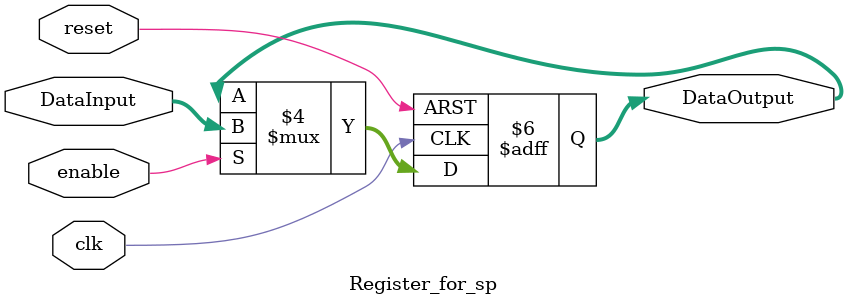
<source format=v>
/******************************************************************
* Description
*	This the basic register that is used in the register file
*	1.0
* Author:
*	Dan y Gaby

******************************************************************/
module Register_for_sp
#(
	parameter N = 32
)
(
	input clk,
	input reset,
	input enable,
	input  [N-1:0] DataInput,
	
	
	output reg [N-1:0] DataOutput
);

always@(negedge reset or posedge clk) begin
	if(reset==0)
		DataOutput <= 'h100103FC; //PARTE ALTA DE LA MEMORIA
	else	
		if(enable==1)
			DataOutput<=DataInput;
end

endmodule
</source>
